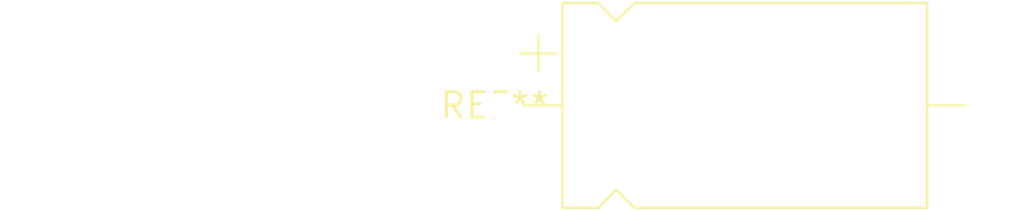
<source format=kicad_pcb>
(kicad_pcb (version 20240108) (generator pcbnew)
  (layers (0 "F.Cu" signal) (31 "B.Cu" signal) (34 "B.Paste" user) (35 "F.Paste" user) (36 "B.SilkS" user "B.Silkscreen") (37 "F.SilkS" user "F.Silkscreen") (38 "B.Mask" user) (39 "F.Mask" user) (44 "Edge.Cuts" user))
  (net 0 "")
  (footprint "CP_Axial_L18.0mm_D10.0mm_P25.00mm_Horizontal" (layer "F.Cu") (at 0 0)
    (property "Reference" "REF**")
    (property "Value" "CP_Axial_L18.0mm_D10.0mm_P25.00mm_Horizontal")
    (fp_line (start 1.28 -2.6) (end 3.08 -2.6) (layer "F.SilkS") (stroke (width 0.12)))
    (fp_line (start 1.44 0) (end 3.38 0) (layer "F.SilkS") (stroke (width 0.12)))
    (fp_line (start 2.18 -3.5) (end 2.18 -1.7) (layer "F.SilkS") (stroke (width 0.12)))
    (fp_line (start 3.38 -5.12) (end 3.38 5.12) (layer "F.SilkS") (stroke (width 0.12)))
    (fp_line (start 3.38 -5.12) (end 5.18 -5.12) (layer "F.SilkS") (stroke (width 0.12)))
    (fp_line (start 3.38 5.12) (end 5.18 5.12) (layer "F.SilkS") (stroke (width 0.12)))
    (fp_line (start 5.18 -5.12) (end 6.08 -4.22) (layer "F.SilkS") (stroke (width 0.12)))
    (fp_line (start 5.18 5.12) (end 6.08 4.22) (layer "F.SilkS") (stroke (width 0.12)))
    (fp_line (start 6.08 -4.22) (end 6.98 -5.12) (layer "F.SilkS") (stroke (width 0.12)))
    (fp_line (start 6.08 4.22) (end 6.98 5.12) (layer "F.SilkS") (stroke (width 0.12)))
    (fp_line (start 6.98 -5.12) (end 21.62 -5.12) (layer "F.SilkS") (stroke (width 0.12)))
    (fp_line (start 6.98 5.12) (end 21.62 5.12) (layer "F.SilkS") (stroke (width 0.12)))
    (fp_line (start 21.62 -5.12) (end 21.62 5.12) (layer "F.SilkS") (stroke (width 0.12)))
    (fp_line (start 23.56 0) (end 21.62 0) (layer "F.SilkS") (stroke (width 0.12)))
    (pad "1" thru_hole rect (at 0 0) (size 2.4 2.4) (drill 1.2) (layers *.Cu *.Mask) (remove_unused_layers))
    (pad "2" thru_hole oval (at 25 0) (size 2.4 2.4) (drill 1.2) (layers *.Cu *.Mask) (remove_unused_layers))
  )
)
</source>
